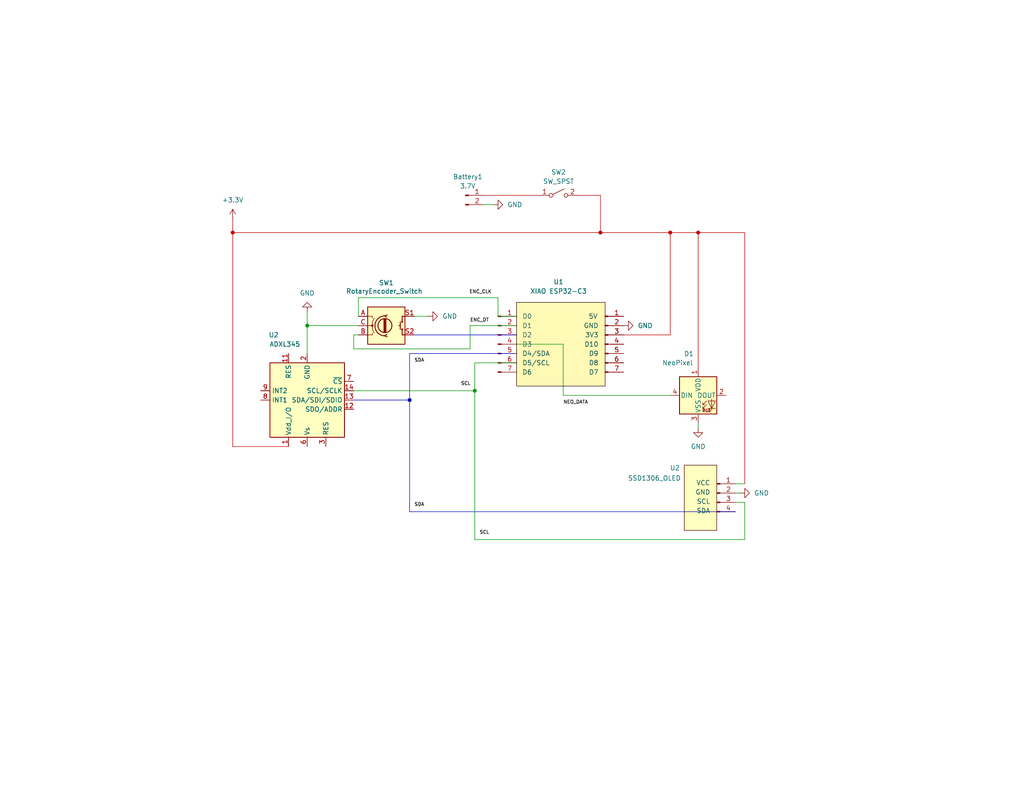
<source format=kicad_sch>
(kicad_sch (version 20250114) (generator "eeschema") (generator_version "9.0")
  (paper "USLetter")
  (title_block (title "Harvest Hustle_Schematic Design") (date "2025-12-02"))
  (lib_symbols
    (symbol "Connector:Conn_01x02_Pin" (pin_names (offset 1.016) (hide yes))
      (property "Reference" "J" (at 0 2.54 0))
      (property "Value" "Conn_01x02_Pin" (at 0 -5.08 0))
      (symbol "Conn_01x02_Pin_1_1"
        (rectangle (start 0.8636 0.127) (end 0 -0.127) (stroke (width 0.1524)) (fill (type outline)))
        (rectangle (start 0.8636 -2.413) (end 0 -2.667) (stroke (width 0.1524)) (fill (type outline)))
        (polyline (pts (xy 1.27 0) (xy 0.8636 0)) (stroke (width 0.1524)))
        (polyline (pts (xy 1.27 -2.54) (xy 0.8636 -2.54)) (stroke (width 0.1524)))
        (pin passive line (at 5.08 0 180) (length 3.81) (name "Pin_1") (number "1"))
        (pin passive line (at 5.08 -2.54 180) (length 3.81) (name "Pin_2") (number "2"))
      )
    )
    (symbol "Connector:Conn_01x04_Pin" (pin_names (offset 1.016) (hide yes))
      (property "Reference" "J" (at 0 5.08 0))
      (property "Value" "Conn_01x04_Pin" (at 0 -7.62 0))
      (symbol "Conn_01x04_Pin_1_1"
        (rectangle (start 0.8636 2.667) (end 0 2.413) (stroke (width 0.1524)) (fill (type outline)))
        (rectangle (start 0.8636 0.127) (end 0 -0.127) (stroke (width 0.1524)) (fill (type outline)))
        (rectangle (start 0.8636 -2.413) (end 0 -2.667) (stroke (width 0.1524)) (fill (type outline)))
        (rectangle (start 0.8636 -4.953) (end 0 -5.207) (stroke (width 0.1524)) (fill (type outline)))
        (polyline (pts (xy 1.27 2.54) (xy 0.8636 2.54)) (stroke (width 0.1524)))
        (polyline (pts (xy 1.27 0) (xy 0.8636 0)) (stroke (width 0.1524)))
        (polyline (pts (xy 1.27 -2.54) (xy 0.8636 -2.54)) (stroke (width 0.1524)))
        (polyline (pts (xy 1.27 -5.08) (xy 0.8636 -5.08)) (stroke (width 0.1524)))
        (pin passive line (at 5.08 2.54 180) (length 3.81) (name "Pin_1") (number "1"))
        (pin passive line (at 5.08 0 180) (length 3.81) (name "Pin_2") (number "2"))
        (pin passive line (at 5.08 -2.54 180) (length 3.81) (name "Pin_3") (number "3"))
        (pin passive line (at 5.08 -5.08 180) (length 3.81) (name "Pin_4") (number "4"))
      )
    )
    (symbol "Connector:Conn_01x07_Pin" (pin_names (offset 1.016) (hide yes))
      (property "Reference" "J" (at 0 10.16 0))
      (property "Value" "Conn_01x07_Pin" (at 0 -10.16 0))
      (symbol "Conn_01x07_Pin_1_1"
        (rectangle (start 0.8636 7.747) (end 0 7.493) (stroke (width 0.1524)) (fill (type outline)))
        (rectangle (start 0.8636 5.207) (end 0 4.953) (stroke (width 0.1524)) (fill (type outline)))
        (rectangle (start 0.8636 2.667) (end 0 2.413) (stroke (width 0.1524)) (fill (type outline)))
        (rectangle (start 0.8636 0.127) (end 0 -0.127) (stroke (width 0.1524)) (fill (type outline)))
        (rectangle (start 0.8636 -2.413) (end 0 -2.667) (stroke (width 0.1524)) (fill (type outline)))
        (rectangle (start 0.8636 -4.953) (end 0 -5.207) (stroke (width 0.1524)) (fill (type outline)))
        (rectangle (start 0.8636 -7.493) (end 0 -7.747) (stroke (width 0.1524)) (fill (type outline)))
        (polyline (pts (xy 1.27 7.62) (xy 0.8636 7.62)) (stroke (width 0.1524)))
        (polyline (pts (xy 1.27 5.08) (xy 0.8636 5.08)) (stroke (width 0.1524)))
        (polyline (pts (xy 1.27 2.54) (xy 0.8636 2.54)) (stroke (width 0.1524)))
        (polyline (pts (xy 1.27 0) (xy 0.8636 0)) (stroke (width 0.1524)))
        (polyline (pts (xy 1.27 -2.54) (xy 0.8636 -2.54)) (stroke (width 0.1524)))
        (polyline (pts (xy 1.27 -5.08) (xy 0.8636 -5.08)) (stroke (width 0.1524)))
        (polyline (pts (xy 1.27 -7.62) (xy 0.8636 -7.62)) (stroke (width 0.1524)))
        (pin passive line (at 5.08 7.62 180) (length 3.81) (name "Pin_1") (number "1"))
        (pin passive line (at 5.08 5.08 180) (length 3.81) (name "Pin_2") (number "2"))
        (pin passive line (at 5.08 2.54 180) (length 3.81) (name "Pin_3") (number "3"))
        (pin passive line (at 5.08 0 180) (length 3.81) (name "Pin_4") (number "4"))
        (pin passive line (at 5.08 -2.54 180) (length 3.81) (name "Pin_5") (number "5"))
        (pin passive line (at 5.08 -5.08 180) (length 3.81) (name "Pin_6") (number "6"))
        (pin passive line (at 5.08 -7.62 180) (length 3.81) (name "Pin_7") (number "7"))
      )
    )
    (symbol "Device:RotaryEncoder_Switch" (pin_names (offset 0.254) (hide yes))
      (property "Reference" "SW" (at 0 6.604 0))
      (property "Value" "RotaryEncoder_Switch" (at 0 -6.604 0))
      (symbol "RotaryEncoder_Switch_0_1"
        (rectangle (start -5.08 5.08) (end 5.08 -5.08) (stroke (width 0.254)) (fill (type background)))
        (polyline (pts (xy -5.08 2.54) (xy -3.81 2.54) (xy -3.81 2.032)))
        (polyline (pts (xy -5.08 0) (xy -3.81 0) (xy -3.81 -1.016) (xy -3.302 -2.032)))
        (polyline (pts (xy -5.08 -2.54) (xy -3.81 -2.54) (xy -3.81 -2.032)))
        (polyline (pts (xy -4.318 0) (xy -3.81 0) (xy -3.81 1.016) (xy -3.302 2.032)))
        (circle (center -3.81 0) (radius 0.254) (fill (type outline)))
        (polyline (pts (xy -0.635 -1.778) (xy -0.635 1.778)) (stroke (width 0.254)))
        (circle (center -0.381 0) (radius 1.905) (stroke (width 0.254)))
        (polyline (pts (xy -0.381 -1.778) (xy -0.381 1.778)) (stroke (width 0.254)))
        (arc (start -0.381 -2.794) (mid -3.0988 -0.0635) (end -0.381 2.667) (stroke (width 0.254)))
        (polyline (pts (xy -0.127 1.778) (xy -0.127 -1.778)) (stroke (width 0.254)))
        (polyline (pts (xy 0.254 2.921) (xy -0.508 2.667) (xy 0.127 2.286)) (stroke (width 0.254)))
        (polyline (pts (xy 0.254 -3.048) (xy -0.508 -2.794) (xy 0.127 -2.413)) (stroke (width 0.254)))
        (polyline (pts (xy 3.81 1.016) (xy 3.81 -1.016)) (stroke (width 0.254)))
        (polyline (pts (xy 3.81 0) (xy 3.429 0)) (stroke (width 0.254)))
        (circle (center 4.318 1.016) (radius 0.127) (stroke (width 0.254)))
        (circle (center 4.318 -1.016) (radius 0.127) (stroke (width 0.254)))
        (polyline (pts (xy 5.08 2.54) (xy 4.318 2.54) (xy 4.318 1.016)) (stroke (width 0.254)))
        (polyline (pts (xy 5.08 -2.54) (xy 4.318 -2.54) (xy 4.318 -1.016)) (stroke (width 0.254)))
      )
      (symbol "RotaryEncoder_Switch_1_1"
        (pin passive line (at -7.62 2.54 0) (length 2.54) (name "A") (number "A"))
        (pin passive line (at -7.62 0 0) (length 2.54) (name "C") (number "C"))
        (pin passive line (at -7.62 -2.54 0) (length 2.54) (name "B") (number "B"))
        (pin passive line (at 7.62 2.54 180) (length 2.54) (name "S1") (number "S1"))
        (pin passive line (at 7.62 -2.54 180) (length 2.54) (name "S2") (number "S2"))
      )
    )
    (symbol "LED:WS2812B" (pin_names (offset 0.254))
      (property "Reference" "D" (at 5.08 5.715 0))
      (property "Value" "WS2812B" (at 1.27 -5.715 0))
      (symbol "WS2812B_0_0"
        (text "RGB" (at 2.286 -4.191 0) (effects (font (size 0.762 0.762))))
      )
      (symbol "WS2812B_0_1"
        (polyline (pts (xy 1.27 -2.54) (xy 1.778 -2.54)))
        (polyline (pts (xy 1.27 -3.556) (xy 1.778 -3.556)))
        (polyline (pts (xy 2.286 -1.524) (xy 1.27 -2.54) (xy 1.27 -2.032)))
        (polyline (pts (xy 2.286 -2.54) (xy 1.27 -3.556) (xy 1.27 -3.048)))
        (polyline (pts (xy 3.683 -1.016) (xy 3.683 -3.556) (xy 3.683 -4.064)))
        (polyline (pts (xy 4.699 -1.524) (xy 2.667 -1.524) (xy 3.683 -3.556) (xy 4.699 -1.524)))
        (polyline (pts (xy 4.699 -3.556) (xy 2.667 -3.556)))
        (rectangle (start 5.08 5.08) (end -5.08 -5.08) (stroke (width 0.254)) (fill (type background)))
      )
      (symbol "WS2812B_1_1"
        (pin input line (at -7.62 0 0) (length 2.54) (name "DIN") (number "4"))
        (pin power_in line (at 0 7.62 270) (length 2.54) (name "VDD") (number "1"))
        (pin power_in line (at 0 -7.62 90) (length 2.54) (name "VSS") (number "3"))
        (pin output line (at 7.62 0 180) (length 2.54) (name "DOUT") (number "2"))
      )
    )
    (symbol "Sensor_Motion:ADXL343"
      (property "Reference" "U" (at -8.89 11.43 0))
      (property "Value" "ADXL343" (at -7.62 -11.43 0))
      (symbol "ADXL343_0_1"
        (rectangle (start -10.16 10.16) (end 10.16 -10.16) (stroke (width 0.254)) (fill (type background)))
      )
      (symbol "ADXL343_1_1"
        (pin bidirectional line (at -12.7 2.54 0) (length 2.54) (name "SDO/ADDR") (number "12"))
        (pin bidirectional line (at -12.7 0 0) (length 2.54) (name "SDA/SDI/SDIO") (number "13"))
        (pin input line (at -12.7 -2.54 0) (length 2.54) (name "SCL/SCLK") (number "14"))
        (pin input line (at -12.7 -5.08 0) (length 2.54) (name "~{CS}") (number "7"))
        (pin passive line (at -5.08 12.7 270) (length 2.54) (name "RES") (number "3"))
        (pin no_connect line (at -5.08 -10.16 90) (length 2.54) (hide yes) (name "NC") (number "10"))
        (pin power_in line (at 0 12.7 270) (length 2.54) (name "Vs") (number "6"))
        (pin power_in line (at 0 -12.7 90) (length 2.54) (name "GND") (number "2"))
        (pin passive line (at 0 -12.7 90) (length 2.54) (hide yes) (name "GND") (number "4"))
        (pin passive line (at 0 -12.7 90) (length 2.54) (hide yes) (name "GND") (number "5"))
        (pin power_in line (at 5.08 12.7 270) (length 2.54) (name "Vdd_I/O") (number "1"))
        (pin passive line (at 5.08 -12.7 90) (length 2.54) (name "RES") (number "11"))
        (pin output line (at 12.7 0 180) (length 2.54) (name "INT1") (number "8"))
        (pin output line (at 12.7 -2.54 180) (length 2.54) (name "INT2") (number "9"))
      )
    )
    (symbol "Switch:SW_SPST" (pin_names (offset 0) (hide yes))
      (property "Reference" "SW" (at 0 3.175 0))
      (property "Value" "SW_SPST" (at 0 -2.54 0))
      (symbol "SW_SPST_0_0"
        (circle (center -2.032 0) (radius 0.508))
        (polyline (pts (xy -1.524 0.254) (xy 1.524 1.778)))
        (circle (center 2.032 0) (radius 0.508))
      )
      (symbol "SW_SPST_1_1"
        (pin passive line (at -5.08 0 0) (length 2.54) (name "A") (number "1"))
        (pin passive line (at 5.08 0 180) (length 2.54) (name "B") (number "2"))
      )
    )
    (symbol "power:+3.3V" (power) (pin_numbers (hide yes)) (pin_names (offset 0) (hide yes))
      (property "Value" "+3.3V" (at 0 3.556 0))
      (symbol "+3.3V_0_1"
        (polyline (pts (xy -0.762 1.27) (xy 0 2.54)))
        (polyline (pts (xy 0 2.54) (xy 0.762 1.27)))
        (polyline (pts (xy 0 0) (xy 0 2.54)))
      )
      (symbol "+3.3V_1_1"
        (pin power_in line (at 0 0 90) (length 0) (name "~") (number "1"))
      )
    )
    (symbol "power:GND" (power) (pin_numbers (hide yes)) (pin_names (offset 0) (hide yes))
      (property "Value" "GND" (at 0 -3.81 0))
      (symbol "GND_0_1"
        (polyline (pts (xy 0 0) (xy 0 -1.27) (xy 1.27 -1.27) (xy 0 -2.54) (xy -1.27 -1.27) (xy 0 -1.27)))
      )
      (symbol "GND_1_1"
        (pin power_in line (at 0 0 270) (length 0) (name "~") (number "1"))
      )
    )
  )
  (rectangle (start 195.58 127) (end 186.69 144.78) (stroke (width 0) (color 72 0 0 1)) (fill (type color) (color 255 255 194 1)))
  (rectangle (start 140.97 82.55) (end 165.1 105.41) (stroke (width 0) (color 52 0 0 1)) (fill (type color) (color 255 249 182 1)))
  (text "D3" (at 142.494 94.234 0) (effects (font (size 1.27 1.27)) (justify left)))
  (text "GND" (at 193.802 134.62 0) (effects (font (size 1.27 1.27)) (justify right)))
  (text "D4/SDA" (at 142.494 96.774 0) (effects (font (size 1.27 1.27)) (justify left)))
  (text "3V3" (at 163.322 91.694 0) (effects (font (size 1.27 1.27)) (justify right)))
  (text "D10" (at 163.322 94.234 0) (effects (font (size 1.27 1.27)) (justify right)))
  (text "D5/SCL\n" (at 142.494 99.314 0) (effects (font (size 1.27 1.27)) (justify left)))
  (text "5V" (at 163.068 86.614 0) (effects (font (size 1.27 1.27)) (justify right)))
  (text "GND" (at 163.322 89.154 0) (effects (font (size 1.27 1.27)) (justify right)))
  (text "D2\n" (at 142.494 91.694 0) (effects (font (size 1.27 1.27)) (justify left)))
  (text "VCC" (at 193.802 132.08 0) (effects (font (size 1.27 1.27)) (justify right)))
  (text "SDA" (at 193.802 139.7 0) (effects (font (size 1.27 1.27)) (justify right)))
  (text "D9" (at 163.322 96.774 0) (effects (font (size 1.27 1.27)) (justify right)))
  (text "SCL" (at 193.802 137.16 0) (effects (font (size 1.27 1.27)) (justify right)))
  (text "D0" (at 142.494 86.614 0) (effects (font (size 1.27 1.27)) (justify left)))
  (text "D7" (at 163.322 101.854 0) (effects (font (size 1.27 1.27)) (justify right)))
  (text "D6" (at 142.494 101.854 0) (effects (font (size 1.27 1.27)) (justify left)))
  (text "D8" (at 163.322 99.314 0) (effects (font (size 1.27 1.27)) (justify right)))
  (text "D1" (at 142.494 89.154 0) (effects (font (size 1.27 1.27)) (justify left)))
  (junction (at 129.54 106.68))
  (junction (at 63.5 63.5) (color 194 0 0 1))
  (junction (at 83.82 88.9))
  (junction (at 182.88 63.5) (color 194 0 0 1))
  (junction (at 190.5 63.5) (color 194 0 0 1))
  (junction (at 163.83 63.5) (color 194 0 0 1))
  (junction (at 111.76 109.22) (color 0 0 194 1))
  (wire (pts (xy 200.66 134.62) (xy 201.93 134.62)))
  (wire (pts (xy 157.48 53.34) (xy 163.83 53.34)) (stroke (width 0) (color 194 0 0 1)))
  (wire (pts (xy 132.08 53.34) (xy 147.32 53.34)) (stroke (width 0) (color 194 0 0 1)))
  (wire (pts (xy 128.27 88.9) (xy 140.97 88.9)))
  (wire (pts (xy 182.88 91.44) (xy 170.18 91.44)) (stroke (width 0) (color 194 0 0 1)))
  (wire (pts (xy 135.89 86.36) (xy 140.97 86.36)))
  (wire (pts (xy 200.66 132.08) (xy 203.2 132.08)))
  (wire (pts (xy 129.54 147.32) (xy 129.54 106.68)))
  (wire (pts (xy 97.79 91.44) (xy 96.52 91.44)))
  (wire (pts (xy 182.88 107.95) (xy 153.67 107.95)))
  (wire (pts (xy 163.83 63.5) (xy 182.88 63.5)) (stroke (width 0) (color 194 0 0 1)))
  (wire (pts (xy 83.82 88.9) (xy 83.82 96.52)))
  (wire (pts (xy 96.52 109.22) (xy 111.76 109.22)) (stroke (width 0) (color 0 0 194 1)))
  (wire (pts (xy 203.2 63.5) (xy 203.2 132.08)) (stroke (width 0) (color 194 0 0 1)))
  (wire (pts (xy 163.83 53.34) (xy 163.83 63.5)) (stroke (width 0) (color 194 0 0 1)))
  (wire (pts (xy 190.5 115.57) (xy 190.5 116.84)))
  (wire (pts (xy 111.76 139.7) (xy 200.66 139.7)) (stroke (width 0) (color 0 0 194 1)))
  (wire (pts (xy 96.52 91.44) (xy 96.52 95.25)))
  (wire (pts (xy 190.5 63.5) (xy 190.5 100.33)) (stroke (width 0) (color 194 0 0 1)))
  (wire (pts (xy 83.82 85.09) (xy 83.82 88.9)))
  (wire (pts (xy 135.89 81.28) (xy 135.89 86.36)))
  (wire (pts (xy 132.08 55.88) (xy 134.62 55.88)))
  (wire (pts (xy 203.2 147.32) (xy 129.54 147.32)))
  (wire (pts (xy 128.27 95.25) (xy 128.27 88.9)))
  (wire (pts (xy 200.66 137.16) (xy 203.2 137.16)))
  (wire (pts (xy 153.67 107.95) (xy 153.67 93.98)))
  (wire (pts (xy 182.88 63.5) (xy 190.5 63.5)) (stroke (width 0) (color 194 0 0 1)))
  (wire (pts (xy 97.79 81.28) (xy 135.89 81.28)))
  (wire (pts (xy 78.74 121.92) (xy 63.5 121.92)) (stroke (width 0) (color 194 0 0 1)))
  (wire (pts (xy 97.79 81.28) (xy 97.79 86.36)))
  (wire (pts (xy 129.54 99.06) (xy 129.54 106.68)))
  (wire (pts (xy 111.76 109.22) (xy 111.76 139.7)) (stroke (width 0) (color 0 0 194 1)))
  (wire (pts (xy 111.76 109.22) (xy 111.76 96.52)) (stroke (width 0) (color 0 0 194 1)))
  (wire (pts (xy 129.54 106.68) (xy 96.52 106.68)))
  (wire (pts (xy 140.97 99.06) (xy 129.54 99.06)))
  (wire (pts (xy 63.5 59.69) (xy 63.5 63.5)) (stroke (width 0) (color 194 0 0 1)))
  (wire (pts (xy 63.5 63.5) (xy 163.83 63.5)) (stroke (width 0) (color 194 0 0 1)))
  (wire (pts (xy 113.03 86.36) (xy 116.84 86.36)))
  (wire (pts (xy 190.5 63.5) (xy 203.2 63.5)) (stroke (width 0) (color 194 0 0 1)))
  (wire (pts (xy 111.76 96.52) (xy 140.97 96.52)) (stroke (width 0) (color 0 0 194 1)))
  (wire (pts (xy 153.67 93.98) (xy 140.97 93.98)))
  (wire (pts (xy 203.2 137.16) (xy 203.2 147.32)))
  (wire (pts (xy 63.5 63.5) (xy 63.5 121.92)) (stroke (width 0) (color 194 0 0 1)))
  (wire (pts (xy 96.52 95.25) (xy 128.27 95.25)))
  (wire (pts (xy 83.82 88.9) (xy 97.79 88.9)))
  (wire (pts (xy 113.03 91.44) (xy 140.97 91.44)) (stroke (width 0) (color 0 0 194 1)))
  (wire (pts (xy 182.88 63.5) (xy 182.88 91.44)) (stroke (width 0) (color 194 0 0 1)))
  (label "NEO_DATA" (at 153.67 110.49 0) (effects (font (size 0.9144 0.9144))))
  (label "SDA" (at 113.03 99.06 0) (effects (font (size 0.9144 0.9144))))
  (label "SDA" (at 113.03 138.43 0) (effects (font (size 0.9144 0.9144))))
  (label "ENC_CLK" (at 128.0248 80.3706 0) (effects (font (size 0.9144 0.9144))))
  (label "ENC_DT" (at 128.239 88.082 0) (effects (font (size 0.9144 0.9144))))
  (label "SCL" (at 130.81 146.05 0) (effects (font (size 0.9144 0.9144))))
  (label "SCL" (at 125.73 105.41 0) (effects (font (size 0.9144 0.9144))))
  (symbol (lib_id "Switch:SW_SPST") (at 152.4 53.34 0) (unit 1)
    (property "Reference" "SW2" (at 152.4 46.99 0))
    (property "Value" "SW_SPST" (at 152.4 49.53 0))
    (property "Description" "Single Pole Single Throw (SPST) switch" (effects (hide yes)))
  )
  (symbol (lib_id "Connector:Conn_01x04_Pin") (at 195.58 134.62 0) (unit 1)
    (property "Reference" "U2" (at 184.15 127.762 0))
    (property "Value" "SSD1306_OLED" (at 178.562 130.556 0))
    (property "Description" "Generic connector, single row, 01x04, script generated" (effects (hide yes)))
  )
  (symbol (lib_id "Sensor_Motion:ADXL343") (at 83.82 109.22 180) (unit 1)
    (property "Reference" "U2" (at 74.676 91.44 0))
    (property "Value" "ADXL345" (at 77.724 93.98 0))
    (property "Footprint" "Package_LGA:LGA-14_3x5mm_P0.8mm_LayoutBorder1x6y" (effects (hide yes)))
    (property "Datasheet" "https://www.analog.com/media/en/technical-documentation/data-sheets/ADXL343.pdf" (effects (hide yes)))
    (property "Description" "3-Axis MEMS Accelerometer, 2/4/8/16g range, I2C/SPI, LGA-14" (effects (hide yes)))
  )
  (symbol (lib_id "power:GND") (at 190.5 116.84 0) (unit 1)
    (property "Reference" "#PWR05" (effects (hide yes)))
    (property "Value" "GND" (at 190.5 121.92 0))
    (property "Description" "Power symbol creates a global label with name \"GND\" , ground" (effects (hide yes)))
  )
  (symbol (lib_id "power:GND") (at 170.18 88.9 90) (unit 1)
    (property "Reference" "#PWR02" (effects (hide yes)))
    (property "Value" "GND" (at 173.99 88.8999 90) (effects (justify right)))
    (property "Description" "Power symbol creates a global label with name \"GND\" , ground" (effects (hide yes)))
  )
  (symbol (lib_id "Connector:Conn_01x02_Pin") (at 127 53.34 0) (unit 1)
    (property "Reference" "Battery1" (at 127.635 48.26 0))
    (property "Value" "3.7V" (at 127.635 50.8 0))
    (property "Footprint" "Battery" (effects (hide yes)))
    (property "Description" "Generic connector, single row, 01x02, script generated" (effects (hide yes)))
  )
  (symbol (lib_id "power:GND") (at 116.84 86.36 90) (unit 1)
    (property "Reference" "#PWR04" (effects (hide yes)))
    (property "Value" "GND" (at 120.65 86.3599 90) (effects (justify right)))
    (property "Description" "Power symbol creates a global label with name \"GND\" , ground" (effects (hide yes)))
  )
  (symbol (lib_id "Device:RotaryEncoder_Switch") (at 105.41 88.9 0) (unit 1)
    (property "Reference" "SW1" (at 105.41 77.216 0))
    (property "Value" "RotaryEncoder_Switch" (at 115.316 79.502 0) (effects (justify right)))
    (property "Description" "Rotary encoder, dual channel, incremental quadrate outputs, with switch" (effects (hide yes)))
  )
  (symbol (lib_id "Connector:Conn_01x07_Pin") (at 165.1 93.98 0) (unit 1)
    (property "Reference" "U1" (at 152.4 76.962 0))
    (property "Value" "XIAO ESP32-C3" (at 152.4 79.502 0))
    (property "Description" "Generic connector, single row, 01x07, script generated" (effects (hide yes)))
  )
  (symbol (lib_id "power:GND") (at 134.62 55.88 90) (unit 1)
    (property "Reference" "#PWR07" (effects (hide yes)))
    (property "Value" "GND" (at 138.43 55.8799 90) (effects (justify right)))
    (property "Description" "Power symbol creates a global label with name \"GND\" , ground" (effects (hide yes)))
  )
  (symbol (lib_id "power:GND") (at 201.93 134.62 90) (unit 1)
    (property "Reference" "#PWR06" (effects (hide yes)))
    (property "Value" "GND" (at 205.74 134.6199 90) (effects (justify right)))
    (property "Description" "Power symbol creates a global label with name \"GND\" , ground" (effects (hide yes)))
  )
  (symbol (lib_id "power:+3.3V") (at 63.5 59.69 0) (unit 1)
    (property "Reference" "#PWR01" (effects (hide yes)))
    (property "Value" "+3.3V" (at 63.5 54.61 0))
    (property "Description" "Power symbol creates a global label with name \"+3.3V\"" (effects (hide yes)))
  )
  (symbol (lib_id "power:GND") (at 83.82 85.09 180) (unit 1)
    (property "Reference" "#PWR03" (effects (hide yes)))
    (property "Value" "GND" (at 83.82 80.01 0))
    (property "Description" "Power symbol creates a global label with name \"GND\" , ground" (effects (hide yes)))
  )
  (symbol (lib_id "Connector:Conn_01x07_Pin") (at 135.89 93.98 0) (unit 1)
    (property "Reference" "U1" (effects (hide yes)))
    (property "Value" "XIAO ESP32-C3" (effects (hide yes)))
    (property "Description" "Generic connector, single row, 01x07, script generated" (effects (hide yes)))
  )
  (symbol (lib_id "LED:WS2812B") (at 190.5 107.95 0) (unit 1)
    (property "Reference" "D1" (at 187.96 96.5902 0))
    (property "Value" "NeoPixel" (at 184.912 99.06 0))
    (property "Footprint" "LED_SMD:LED_WS2812B_PLCC4_5.0x5.0mm_P3.2mm" (effects (hide yes)))
    (property "Datasheet" "https://cdn-shop.adafruit.com/datasheets/WS2812B.pdf" (effects (hide yes)))
    (property "Description" "RGB LED with integrated controller" (effects (hide yes)))
  )
)
</source>
